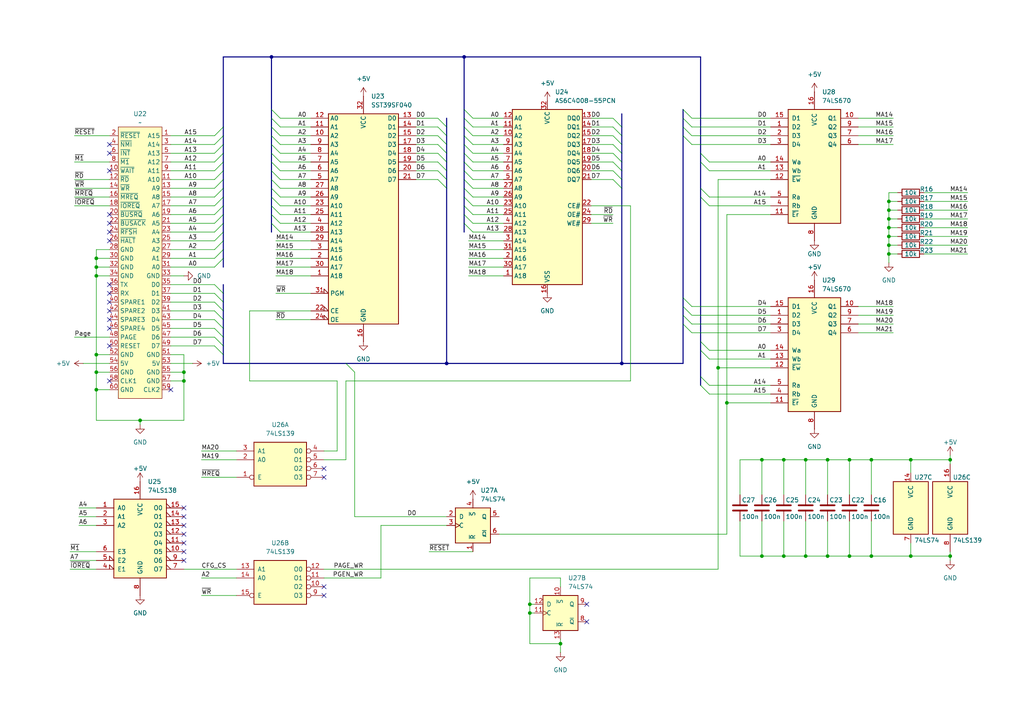
<source format=kicad_sch>
(kicad_sch (version 20231120) (generator "eeschema") (generator_version "8.0")
  (paper "A4")
  (lib_symbols
    (symbol "74xx:74LS138" (pin_names (offset 1.016))
      (property "Reference" "U" (at -7.62 11.43 0))
      (property "Value" "74LS138" (at -7.62 -13.97 0))
      (symbol "74LS138_1_0"
        (pin input line (at -12.7 7.62 0) (length 5.08) (name "A0") (number "1"))
        (pin output output_low (at 12.7 -5.08 180) (length 5.08) (name "O5") (number "10"))
        (pin output output_low (at 12.7 -2.54 180) (length 5.08) (name "O4") (number "11"))
        (pin output output_low (at 12.7 0 180) (length 5.08) (name "O3") (number "12"))
        (pin output output_low (at 12.7 2.54 180) (length 5.08) (name "O2") (number "13"))
        (pin output output_low (at 12.7 5.08 180) (length 5.08) (name "O1") (number "14"))
        (pin output output_low (at 12.7 7.62 180) (length 5.08) (name "O0") (number "15"))
        (pin power_in line (at 0 15.24 270) (length 5.08) (name "VCC") (number "16"))
        (pin input line (at -12.7 5.08 0) (length 5.08) (name "A1") (number "2"))
        (pin input line (at -12.7 2.54 0) (length 5.08) (name "A2") (number "3"))
        (pin input input_low (at -12.7 -10.16 0) (length 5.08) (name "E1") (number "4"))
        (pin input input_low (at -12.7 -7.62 0) (length 5.08) (name "E2") (number "5"))
        (pin input line (at -12.7 -5.08 0) (length 5.08) (name "E3") (number "6"))
        (pin output output_low (at 12.7 -10.16 180) (length 5.08) (name "O7") (number "7"))
        (pin power_in line (at 0 -17.78 90) (length 5.08) (name "GND") (number "8"))
        (pin output output_low (at 12.7 -7.62 180) (length 5.08) (name "O6") (number "9"))
      )
    )
    (symbol "74xx:74LS139" (pin_names (offset 1.016))
      (property "Reference" "U" (at -7.62 8.89 0))
      (property "Value" "74LS139" (at -7.62 -8.89 0))
      (symbol "74LS139_1_0"
        (pin input inverted (at -12.7 -5.08 0) (length 5.08) (name "E") (number "1"))
        (pin input line (at -12.7 0 0) (length 5.08) (name "A0") (number "2"))
        (pin input line (at -12.7 2.54 0) (length 5.08) (name "A1") (number "3"))
        (pin output inverted (at 12.7 2.54 180) (length 5.08) (name "O0") (number "4"))
        (pin output inverted (at 12.7 0 180) (length 5.08) (name "O1") (number "5"))
        (pin output inverted (at 12.7 -2.54 180) (length 5.08) (name "O2") (number "6"))
        (pin output inverted (at 12.7 -5.08 180) (length 5.08) (name "O3") (number "7"))
      )
      (symbol "74LS139_2_0"
        (pin output inverted (at 12.7 -2.54 180) (length 5.08) (name "O2") (number "10"))
        (pin output inverted (at 12.7 0 180) (length 5.08) (name "O1") (number "11"))
        (pin output inverted (at 12.7 2.54 180) (length 5.08) (name "O0") (number "12"))
        (pin input line (at -12.7 2.54 0) (length 5.08) (name "A1") (number "13"))
        (pin input line (at -12.7 0 0) (length 5.08) (name "A0") (number "14"))
        (pin input inverted (at -12.7 -5.08 0) (length 5.08) (name "E") (number "15"))
        (pin output inverted (at 12.7 -5.08 180) (length 5.08) (name "O3") (number "9"))
      )
      (symbol "74LS139_3_0"
        (pin power_in line (at 0 12.7 270) (length 5.08) (name "VCC") (number "16"))
        (pin power_in line (at 0 -12.7 90) (length 5.08) (name "GND") (number "8"))
      )
    )
    (symbol "74xx:74LS670" (pin_names (offset 1.016))
      (property "Reference" "U" (at -7.62 16.51 0))
      (property "Value" "74LS670" (at -7.62 -19.05 0))
      (symbol "74LS670_1_0"
        (pin input line (at -12.7 10.16 0) (length 5.08) (name "D2") (number "1"))
        (pin tri_state line (at 12.7 12.7 180) (length 5.08) (name "Q1") (number "10"))
        (pin input line (at -12.7 -15.24 0) (length 5.08) (name "~{Er}") (number "11"))
        (pin input line (at -12.7 -5.08 0) (length 5.08) (name "~{Ew}") (number "12"))
        (pin input line (at -12.7 -2.54 0) (length 5.08) (name "Wb") (number "13"))
        (pin input line (at -12.7 0 0) (length 5.08) (name "Wa") (number "14"))
        (pin input line (at -12.7 12.7 0) (length 5.08) (name "D1") (number "15"))
        (pin power_in line (at 0 20.32 270) (length 5.08) (name "VCC") (number "16"))
        (pin input line (at -12.7 7.62 0) (length 5.08) (name "D3") (number "2"))
        (pin input line (at -12.7 5.08 0) (length 5.08) (name "D4") (number "3"))
        (pin input line (at -12.7 -12.7 0) (length 5.08) (name "Rb") (number "4"))
        (pin input line (at -12.7 -10.16 0) (length 5.08) (name "Ra") (number "5"))
        (pin tri_state line (at 12.7 5.08 180) (length 5.08) (name "Q4") (number "6"))
        (pin tri_state line (at 12.7 7.62 180) (length 5.08) (name "Q3") (number "7"))
        (pin power_in line (at 0 -22.86 90) (length 5.08) (name "GND") (number "8"))
        (pin tri_state line (at 12.7 10.16 180) (length 5.08) (name "Q2") (number "9"))
      )
    )
    (symbol "74xx:74LS74" (pin_names (offset 1.016))
      (property "Reference" "U" (at -7.62 8.89 0))
      (property "Value" "74LS74" (at -7.62 -8.89 0))
      (symbol "74LS74_1_0"
        (pin input line (at 0 -7.62 90) (length 2.54) (name "~{R}") (number "1"))
        (pin input line (at -7.62 2.54 0) (length 2.54) (name "D") (number "2"))
        (pin input clock (at -7.62 0 0) (length 2.54) (name "C") (number "3"))
        (pin input line (at 0 7.62 270) (length 2.54) (name "~{S}") (number "4"))
        (pin output line (at 7.62 2.54 180) (length 2.54) (name "Q") (number "5"))
        (pin output line (at 7.62 -2.54 180) (length 2.54) (name "~{Q}") (number "6"))
      )
      (symbol "74LS74_2_0"
        (pin input line (at 0 7.62 270) (length 2.54) (name "~{S}") (number "10"))
        (pin input clock (at -7.62 0 0) (length 2.54) (name "C") (number "11"))
        (pin input line (at -7.62 2.54 0) (length 2.54) (name "D") (number "12"))
        (pin input line (at 0 -7.62 90) (length 2.54) (name "~{R}") (number "13"))
        (pin output line (at 7.62 -2.54 180) (length 2.54) (name "~{Q}") (number "8"))
        (pin output line (at 7.62 2.54 180) (length 2.54) (name "Q") (number "9"))
      )
      (symbol "74LS74_3_0"
        (pin power_in line (at 0 10.16 270) (length 2.54) (name "VCC") (number "14"))
        (pin power_in line (at 0 -10.16 90) (length 2.54) (name "GND") (number "7"))
      )
    )
    (symbol "Device:C" (pin_numbers hide) (pin_names (offset 0.254))
      (property "Reference" "C" (at 0.635 2.54 0))
      (property "Value" "C" (at 0.635 -2.54 0))
      (symbol "C_1_1"
        (pin passive line (at 0 3.81 270) (length 2.794) (name "~") (number "1"))
        (pin passive line (at 0 -3.81 90) (length 2.794) (name "~") (number "2"))
      )
    )
    (symbol "Device:R" (pin_numbers hide) (pin_names (offset 0))
      (property "Reference" "R" (at 2.032 0 90))
      (property "Value" "R" (at 0 0 90))
      (symbol "R_1_1"
        (pin passive line (at 0 3.81 270) (length 1.27) (name "~") (number "1"))
        (pin passive line (at 0 -3.81 90) (length 1.27) (name "~") (number "2"))
      )
    )
    (symbol "Memory_Flash:SST39SF040"
      (property "Reference" "U" (at 2.54 33.02 0))
      (property "Value" "SST39SF040" (at 0 -30.48 0))
      (symbol "SST39SF040_0_0"
        (pin power_in line (at 0 -34.29 90) (length 5.08) (name "GND") (number "16"))
        (pin power_in line (at 0 36.83 270) (length 5.08) (name "VCC") (number "32"))
      )
      (symbol "SST39SF040_1_1"
        (pin input line (at -15.24 -15.24 0) (length 5.08) (name "A18") (number "1"))
        (pin input line (at -15.24 25.4 0) (length 5.08) (name "A2") (number "10"))
        (pin input line (at -15.24 27.94 0) (length 5.08) (name "A1") (number "11"))
        (pin input line (at -15.24 30.48 0) (length 5.08) (name "A0") (number "12"))
        (pin tri_state line (at 15.24 30.48 180) (length 5.08) (name "D0") (number "13"))
        (pin tri_state line (at 15.24 27.94 180) (length 5.08) (name "D1") (number "14"))
        (pin tri_state line (at 15.24 25.4 180) (length 5.08) (name "D2") (number "15"))
        (pin tri_state line (at 15.24 22.86 180) (length 5.08) (name "D3") (number "17"))
        (pin tri_state line (at 15.24 20.32 180) (length 5.08) (name "D4") (number "18"))
        (pin tri_state line (at 15.24 17.78 180) (length 5.08) (name "D5") (number "19"))
        (pin input line (at -15.24 -10.16 0) (length 5.08) (name "A16") (number "2"))
        (pin tri_state line (at 15.24 15.24 180) (length 5.08) (name "D6") (number "20"))
        (pin tri_state line (at 15.24 12.7 180) (length 5.08) (name "D7") (number "21"))
        (pin input input_low (at -15.24 -25.4 0) (length 5.08) (name "CE") (number "22"))
        (pin input line (at -15.24 5.08 0) (length 5.08) (name "A10") (number "23"))
        (pin input input_low (at -15.24 -27.94 0) (length 5.08) (name "OE") (number "24"))
        (pin input line (at -15.24 2.54 0) (length 5.08) (name "A11") (number "25"))
        (pin input line (at -15.24 7.62 0) (length 5.08) (name "A9") (number "26"))
        (pin input line (at -15.24 10.16 0) (length 5.08) (name "A8") (number "27"))
        (pin input line (at -15.24 -2.54 0) (length 5.08) (name "A13") (number "28"))
        (pin input line (at -15.24 -5.08 0) (length 5.08) (name "A14") (number "29"))
        (pin input line (at -15.24 -7.62 0) (length 5.08) (name "A15") (number "3"))
        (pin input line (at -15.24 -12.7 0) (length 5.08) (name "A17") (number "30"))
        (pin input input_low (at -15.24 -20.32 0) (length 5.08) (name "PGM") (number "31"))
        (pin input line (at -15.24 0 0) (length 5.08) (name "A12") (number "4"))
        (pin input line (at -15.24 12.7 0) (length 5.08) (name "A7") (number "5"))
        (pin input line (at -15.24 15.24 0) (length 5.08) (name "A6") (number "6"))
        (pin input line (at -15.24 17.78 0) (length 5.08) (name "A5") (number "7"))
        (pin input line (at -15.24 20.32 0) (length 5.08) (name "A4") (number "8"))
        (pin input line (at -15.24 22.86 0) (length 5.08) (name "A3") (number "9"))
      )
    )
    (symbol "Memory_RAM:AS6C4008-55PCN"
      (property "Reference" "U" (at -10.16 26.035 0))
      (property "Value" "AS6C4008-55PCN" (at 2.54 26.035 0))
      (symbol "AS6C4008-55PCN_0_0"
        (pin power_in line (at 0 -27.94 90) (length 2.54) (name "VSS") (number "16"))
        (pin power_in line (at 0 27.94 270) (length 2.54) (name "VCC") (number "32"))
      )
      (symbol "AS6C4008-55PCN_1_1"
        (pin input line (at -12.7 -22.86 0) (length 2.54) (name "A18") (number "1"))
        (pin input line (at -12.7 17.78 0) (length 2.54) (name "A2") (number "10"))
        (pin input line (at -12.7 20.32 0) (length 2.54) (name "A1") (number "11"))
        (pin input line (at -12.7 22.86 0) (length 2.54) (name "A0") (number "12"))
        (pin tri_state line (at 12.7 22.86 180) (length 2.54) (name "DQ0") (number "13"))
        (pin tri_state line (at 12.7 20.32 180) (length 2.54) (name "DQ1") (number "14"))
        (pin tri_state line (at 12.7 17.78 180) (length 2.54) (name "DQ2") (number "15"))
        (pin tri_state line (at 12.7 15.24 180) (length 2.54) (name "DQ3") (number "17"))
        (pin tri_state line (at 12.7 12.7 180) (length 2.54) (name "DQ4") (number "18"))
        (pin tri_state line (at 12.7 10.16 180) (length 2.54) (name "DQ5") (number "19"))
        (pin input line (at -12.7 -17.78 0) (length 2.54) (name "A16") (number "2"))
        (pin tri_state line (at 12.7 7.62 180) (length 2.54) (name "DQ6") (number "20"))
        (pin tri_state line (at 12.7 5.08 180) (length 2.54) (name "DQ7") (number "21"))
        (pin input line (at 12.7 -2.54 180) (length 2.54) (name "CE#") (number "22"))
        (pin input line (at -12.7 -2.54 0) (length 2.54) (name "A10") (number "23"))
        (pin input line (at 12.7 -5.08 180) (length 2.54) (name "OE#") (number "24"))
        (pin input line (at -12.7 -5.08 0) (length 2.54) (name "A11") (number "25"))
        (pin input line (at -12.7 0 0) (length 2.54) (name "A9") (number "26"))
        (pin input line (at -12.7 2.54 0) (length 2.54) (name "A8") (number "27"))
        (pin input line (at -12.7 -10.16 0) (length 2.54) (name "A13") (number "28"))
        (pin input line (at 12.7 -7.62 180) (length 2.54) (name "WE#") (number "29"))
        (pin input line (at -12.7 -12.7 0) (length 2.54) (name "A14") (number "3"))
        (pin input line (at -12.7 -20.32 0) (length 2.54) (name "A17") (number "30"))
        (pin input line (at -12.7 -15.24 0) (length 2.54) (name "A15") (number "31"))
        (pin input line (at -12.7 -7.62 0) (length 2.54) (name "A12") (number "4"))
        (pin input line (at -12.7 5.08 0) (length 2.54) (name "A7") (number "5"))
        (pin input line (at -12.7 7.62 0) (length 2.54) (name "A6") (number "6"))
        (pin input line (at -12.7 10.16 0) (length 2.54) (name "A5") (number "7"))
        (pin input line (at -12.7 12.7 0) (length 2.54) (name "A4") (number "8"))
        (pin input line (at -12.7 15.24 0) (length 2.54) (name "A3") (number "9"))
      )
    )
    (symbol "power:+5V" (power) (pin_numbers hide) (pin_names (offset 0) hide)
      (property "Value" "+5V" (at 0 3.556 0))
      (symbol "+5V_1_1"
        (pin power_in line (at 0 0 90) (length 0) (name "~") (number "1"))
      )
    )
    (symbol "power:GND" (power) (pin_numbers hide) (pin_names (offset 0) hide)
      (property "Value" "GND" (at 0 -3.81 0))
      (symbol "GND_1_1"
        (pin power_in line (at 0 0 270) (length 0) (name "~") (number "1"))
      )
    )
    (symbol "rc2014:Busconnector"
      (property "Reference" "U" (at 0 48.514 0))
      (symbol "Busconnector_1_1"
        (pin bidirectional line (at -8.89 44.45 0) (length 2.54) (name "A15") (number "1"))
        (pin bidirectional line (at 8.89 34.29 180) (length 2.54) (name "~{WAIT}") (number "10"))
        (pin bidirectional line (at -8.89 31.75 0) (length 2.54) (name "A10") (number "11"))
        (pin bidirectional line (at 8.89 31.75 180) (length 2.54) (name "~{RD}") (number "12"))
        (pin bidirectional line (at -8.89 29.21 0) (length 2.54) (name "A9") (number "13"))
        (pin bidirectional line (at 8.89 29.21 180) (length 2.54) (name "~{WR}") (number "14"))
        (pin bidirectional line (at -8.89 26.67 0) (length 2.54) (name "A8") (number "15"))
        (pin bidirectional line (at 8.89 26.67 180) (length 2.54) (name "~{MREQ}") (number "16"))
        (pin bidirectional line (at -8.89 24.13 0) (length 2.54) (name "A7") (number "17"))
        (pin bidirectional line (at 8.89 24.13 180) (length 2.54) (name "~{IOREQ}") (number "18"))
        (pin bidirectional line (at -8.89 21.59 0) (length 2.54) (name "A6") (number "19"))
        (pin bidirectional line (at 8.89 44.45 180) (length 2.54) (name "~{RESET}") (number "2"))
        (pin bidirectional line (at 8.89 21.59 180) (length 2.54) (name "~{BUSRQ}") (number "20"))
        (pin bidirectional line (at -8.89 19.05 0) (length 2.54) (name "A5") (number "21"))
        (pin bidirectional line (at 8.89 19.05 180) (length 2.54) (name "~{BUSACK}") (number "22"))
        (pin bidirectional line (at -8.89 16.51 0) (length 2.54) (name "A4") (number "23"))
        (pin bidirectional line (at 8.89 16.51 180) (length 2.54) (name "~{RFSH}") (number "24"))
        (pin bidirectional line (at -8.89 13.97 0) (length 2.54) (name "A3") (number "25"))
        (pin bidirectional line (at 8.89 13.97 180) (length 2.54) (name "~{HALT}") (number "26"))
        (pin bidirectional line (at -8.89 11.43 0) (length 2.54) (name "A2") (number "27"))
        (pin power_in line (at 8.89 11.43 180) (length 2.54) (name "GND") (number "28"))
        (pin bidirectional line (at -8.89 8.89 0) (length 2.54) (name "A1") (number "29"))
        (pin bidirectional line (at -8.89 41.91 0) (length 2.54) (name "A14") (number "3"))
        (pin power_in line (at 8.89 8.89 180) (length 2.54) (name "GND") (number "30"))
        (pin bidirectional line (at -8.89 6.35 0) (length 2.54) (name "A0") (number "31"))
        (pin power_in line (at 8.89 6.35 180) (length 2.54) (name "GND") (number "32"))
        (pin power_in line (at -8.89 3.81 0) (length 2.54) (name "GND") (number "33"))
        (pin power_in line (at 8.89 3.81 180) (length 2.54) (name "GND") (number "34"))
        (pin bidirectional line (at -8.89 1.27 0) (length 2.54) (name "D0") (number "35"))
        (pin bidirectional line (at 8.89 1.27 180) (length 2.54) (name "TX") (number "36"))
        (pin bidirectional line (at -8.89 -1.27 0) (length 2.54) (name "D1") (number "37"))
        (pin bidirectional line (at 8.89 -1.27 180) (length 2.54) (name "RX") (number "38"))
        (pin bidirectional line (at -8.89 -3.81 0) (length 2.54) (name "D2") (number "39"))
        (pin bidirectional line (at 8.89 41.91 180) (length 2.54) (name "~{NMI}") (number "4"))
        (pin bidirectional line (at 8.89 -3.81 180) (length 2.54) (name "SPARE1") (number "40"))
        (pin bidirectional line (at -8.89 -6.35 0) (length 2.54) (name "D3") (number "41"))
        (pin bidirectional line (at 8.89 -6.35 180) (length 2.54) (name "SPARE2") (number "42"))
        (pin bidirectional line (at -8.89 -8.89 0) (length 2.54) (name "D4") (number "43"))
        (pin bidirectional line (at 8.89 -8.89 180) (length 2.54) (name "SPARE3") (number "44"))
        (pin bidirectional line (at -8.89 -11.43 0) (length 2.54) (name "D5") (number "45"))
        (pin bidirectional line (at 8.89 -11.43 180) (length 2.54) (name "SPARE4") (number "46"))
        (pin bidirectional line (at -8.89 -13.97 0) (length 2.54) (name "D6") (number "47"))
        (pin bidirectional line (at 8.89 -13.97 180) (length 2.54) (name "PAGE") (number "48"))
        (pin bidirectional line (at -8.89 -16.51 0) (length 2.54) (name "D7") (number "49"))
        (pin bidirectional line (at -8.89 39.37 0) (length 2.54) (name "A13") (number "5"))
        (pin bidirectional line (at 8.89 -16.51 180) (length 2.54) (name "RESET") (number "50"))
        (pin power_out line (at -8.89 -19.05 0) (length 2.54) (name "GND") (number "51"))
        (pin power_in line (at 8.89 -19.05 180) (length 2.54) (name "GND") (number "52"))
        (pin power_out line (at -8.89 -21.59 0) (length 2.54) (name "5V") (number "53"))
        (pin power_in line (at 8.89 -21.59 180) (length 2.54) (name "5V") (number "54"))
        (pin power_in line (at -8.89 -24.13 0) (length 2.54) (name "GND") (number "55"))
        (pin power_in line (at 8.89 -24.13 180) (length 2.54) (name "GND") (number "56"))
        (pin power_in line (at -8.89 -26.67 0) (length 2.54) (name "GND") (number "57"))
        (pin bidirectional line (at 8.89 -26.67 180) (length 2.54) (name "CLK1") (number "58"))
        (pin bidirectional line (at -8.89 -29.21 0) (length 2.54) (name "CLK2") (number "59"))
        (pin bidirectional line (at 8.89 39.37 180) (length 2.54) (name "~{INT}") (number "6"))
        (pin power_in line (at 8.89 -29.21 180) (length 2.54) (name "GND") (number "60"))
        (pin bidirectional line (at -8.89 36.83 0) (length 2.54) (name "A12") (number "7"))
        (pin bidirectional line (at 8.89 36.83 180) (length 2.54) (name "~{M1}") (number "8"))
        (pin bidirectional line (at -8.89 34.29 0) (length 2.54) (name "A11") (number "9"))
      )
    )
  )
  (junction (at 252.73 161.29))
  (junction (at 240.03 133.35))
  (junction (at 153.67 177.8))
  (junction (at 246.38 133.35))
  (junction (at 27.94 113.03))
  (junction (at 275.59 161.29))
  (junction (at 208.28 106.68))
  (junction (at 257.81 68.58))
  (junction (at 27.94 80.01))
  (junction (at 264.16 133.35))
  (junction (at 162.56 186.69))
  (junction (at 27.94 77.47))
  (junction (at 233.68 133.35))
  (junction (at 134.62 16.51))
  (junction (at 264.16 161.29))
  (junction (at 252.73 133.35))
  (junction (at 240.03 161.29))
  (junction (at 233.68 161.29))
  (junction (at 227.33 161.29))
  (junction (at 257.81 63.5))
  (junction (at 153.67 175.26))
  (junction (at 220.98 161.29))
  (junction (at 246.38 161.29))
  (junction (at 40.64 121.92))
  (junction (at 53.34 107.95))
  (junction (at 210.82 116.84))
  (junction (at 180.34 105.41))
  (junction (at 257.81 66.04))
  (junction (at 27.94 102.87))
  (junction (at 129.54 105.41))
  (junction (at 257.81 73.66))
  (junction (at 257.81 60.96))
  (junction (at 275.59 133.35))
  (junction (at 257.81 58.42))
  (junction (at 227.33 133.35))
  (junction (at 27.94 107.95))
  (junction (at 220.98 133.35))
  (junction (at 78.74 16.51))
  (junction (at 257.81 71.12))
  (junction (at 27.94 74.93))
  (junction (at 53.34 110.49))
  (no_connect (at 31.75 82.55))
  (no_connect (at 170.18 180.34))
  (no_connect (at 31.75 41.91))
  (no_connect (at 31.75 110.49))
  (no_connect (at 31.75 90.17))
  (no_connect (at 170.18 175.26))
  (no_connect (at 53.34 147.32))
  (no_connect (at 31.75 100.33))
  (no_connect (at 31.75 95.25))
  (no_connect (at 53.34 157.48))
  (no_connect (at 31.75 64.77))
  (no_connect (at 53.34 152.4))
  (no_connect (at 53.34 160.02))
  (no_connect (at 93.98 172.72))
  (no_connect (at 53.34 162.56))
  (no_connect (at 31.75 44.45))
  (no_connect (at 31.75 49.53))
  (no_connect (at 31.75 92.71))
  (no_connect (at 93.98 135.89))
  (no_connect (at 31.75 62.23))
  (no_connect (at 31.75 69.85))
  (no_connect (at 31.75 85.09))
  (no_connect (at 31.75 67.31))
  (no_connect (at 53.34 149.86))
  (no_connect (at 49.53 113.03))
  (no_connect (at 93.98 170.18))
  (no_connect (at 53.34 154.94))
  (no_connect (at 93.98 138.43))
  (no_connect (at 31.75 87.63))
  (bus_entry (at 81.28 54.61) (size -2.54 -2.54))
  (bus_entry (at 62.23 87.63) (size 2.54 2.54))
  (bus_entry (at 205.74 104.14) (size -2.54 -2.54))
  (bus_entry (at 62.23 57.15) (size 2.54 -2.54))
  (bus_entry (at 81.28 67.31) (size -2.54 -2.54))
  (bus_entry (at 62.23 44.45) (size 2.54 -2.54))
  (bus_entry (at 62.23 82.55) (size 2.54 2.54))
  (bus_entry (at 62.23 74.93) (size 2.54 -2.54))
  (bus_entry (at 129.54 44.45) (size -2.54 -2.54))
  (bus_entry (at 198.12 39.37) (size 2.54 2.54))
  (bus_entry (at 205.74 101.6) (size -2.54 -2.54))
  (bus_entry (at 129.54 41.91) (size -2.54 -2.54))
  (bus_entry (at 198.12 31.75) (size 2.54 2.54))
  (bus_entry (at 205.74 57.15) (size -2.54 -2.54))
  (bus_entry (at 81.28 46.99) (size -2.54 -2.54))
  (bus_entry (at 205.74 111.76) (size -2.54 -2.54))
  (bus_entry (at 62.23 62.23) (size 2.54 -2.54))
  (bus_entry (at 62.23 64.77) (size 2.54 -2.54))
  (bus_entry (at 129.54 36.83) (size -2.54 -2.54))
  (bus_entry (at 180.34 36.83) (size -2.54 -2.54))
  (bus_entry (at 129.54 54.61) (size -2.54 -2.54))
  (bus_entry (at 62.23 46.99) (size 2.54 -2.54))
  (bus_entry (at 180.34 46.99) (size -2.54 -2.54))
  (bus_entry (at 62.23 67.31) (size 2.54 -2.54))
  (bus_entry (at 198.12 88.9) (size 2.54 2.54))
  (bus_entry (at 62.23 49.53) (size 2.54 -2.54))
  (bus_entry (at 205.74 46.99) (size -2.54 -2.54))
  (bus_entry (at 129.54 52.07) (size -2.54 -2.54))
  (bus_entry (at 137.16 39.37) (size -2.54 -2.54))
  (bus_entry (at 62.23 92.71) (size 2.54 2.54))
  (bus_entry (at 81.28 44.45) (size -2.54 -2.54))
  (bus_entry (at 62.23 72.39) (size 2.54 -2.54))
  (bus_entry (at 137.16 64.77) (size -2.54 -2.54))
  (bus_entry (at 62.23 97.79) (size 2.54 2.54))
  (bus_entry (at 81.28 41.91) (size -2.54 -2.54))
  (bus_entry (at 137.16 67.31) (size -2.54 -2.54))
  (bus_entry (at 205.74 114.3) (size -2.54 -2.54))
  (bus_entry (at 62.23 85.09) (size 2.54 2.54))
  (bus_entry (at 137.16 57.15) (size -2.54 -2.54))
  (bus_entry (at 180.34 41.91) (size -2.54 -2.54))
  (bus_entry (at 62.23 41.91) (size 2.54 -2.54))
  (bus_entry (at 137.16 49.53) (size -2.54 -2.54))
  (bus_entry (at 81.28 36.83) (size -2.54 -2.54))
  (bus_entry (at 180.34 52.07) (size -2.54 -2.54))
  (bus_entry (at 81.28 64.77) (size -2.54 -2.54))
  (bus_entry (at 137.16 41.91) (size -2.54 -2.54))
  (bus_entry (at 129.54 49.53) (size -2.54 -2.54))
  (bus_entry (at 137.16 46.99) (size -2.54 -2.54))
  (bus_entry (at 205.74 59.69) (size -2.54 -2.54))
  (bus_entry (at 100.33 105.41) (size 2.54 2.54))
  (bus_entry (at 81.28 49.53) (size -2.54 -2.54))
  (bus_entry (at 129.54 46.99) (size -2.54 -2.54))
  (bus_entry (at 62.23 77.47) (size 2.54 -2.54))
  (bus_entry (at 198.12 86.36) (size 2.54 2.54))
  (bus_entry (at 180.34 44.45) (size -2.54 -2.54))
  (bus_entry (at 198.12 36.83) (size 2.54 2.54))
  (bus_entry (at 81.28 59.69) (size -2.54 -2.54))
  (bus_entry (at 137.16 44.45) (size -2.54 -2.54))
  (bus_entry (at 81.28 39.37) (size -2.54 -2.54))
  (bus_entry (at 62.23 39.37) (size 2.54 -2.54))
  (bus_entry (at 137.16 36.83) (size -2.54 -2.54))
  (bus_entry (at 137.16 34.29) (size -2.54 -2.54))
  (bus_entry (at 81.28 34.29) (size -2.54 -2.54))
  (bus_entry (at 62.23 59.69) (size 2.54 -2.54))
  (bus_entry (at 137.16 59.69) (size -2.54 -2.54))
  (bus_entry (at 198.12 93.98) (size 2.54 2.54))
  (bus_entry (at 180.34 39.37) (size -2.54 -2.54))
  (bus_entry (at 81.28 52.07) (size -2.54 -2.54))
  (bus_entry (at 62.23 90.17) (size 2.54 2.54))
  (bus_entry (at 129.54 39.37) (size -2.54 -2.54))
  (bus_entry (at 62.23 69.85) (size 2.54 -2.54))
  (bus_entry (at 205.74 49.53) (size -2.54 -2.54))
  (bus_entry (at 198.12 34.29) (size 2.54 2.54))
  (bus_entry (at 137.16 52.07) (size -2.54 -2.54))
  (bus_entry (at 62.23 95.25) (size 2.54 2.54))
  (bus_entry (at 180.34 54.61) (size -2.54 -2.54))
  (bus_entry (at 81.28 62.23) (size -2.54 -2.54))
  (bus_entry (at 137.16 62.23) (size -2.54 -2.54))
  (bus_entry (at 62.23 100.33) (size 2.54 2.54))
  (bus_entry (at 198.12 91.44) (size 2.54 2.54))
  (bus_entry (at 62.23 52.07) (size 2.54 -2.54))
  (bus_entry (at 62.23 54.61) (size 2.54 -2.54))
  (bus_entry (at 81.28 57.15) (size -2.54 -2.54))
  (bus_entry (at 180.34 49.53) (size -2.54 -2.54))
  (bus_entry (at 137.16 54.61) (size -2.54 -2.54))
  (wire (pts (xy 135.89 69.85) (xy 146.05 69.85)))
  (wire (pts (xy 240.03 133.35) (xy 240.03 143.51)))
  (wire (pts (xy 27.94 77.47) (xy 27.94 80.01)))
  (wire (pts (xy 120.65 41.91) (xy 127 41.91)))
  (bus (pts (xy 64.77 52.07) (xy 64.77 49.53)))
  (wire (pts (xy 200.66 41.91) (xy 223.52 41.91)))
  (bus (pts (xy 134.62 44.45) (xy 134.62 46.99)))
  (wire (pts (xy 55.88 105.41) (xy 49.53 105.41)))
  (bus (pts (xy 78.74 31.75) (xy 78.74 34.29)))
  (wire (pts (xy 208.28 106.68) (xy 223.52 106.68)))
  (wire (pts (xy 257.81 73.66) (xy 257.81 71.12)))
  (wire (pts (xy 62.23 64.77) (xy 49.53 64.77)))
  (bus (pts (xy 198.12 91.44) (xy 198.12 93.98)))
  (wire (pts (xy 205.74 101.6) (xy 223.52 101.6)))
  (wire (pts (xy 210.82 154.94) (xy 210.82 116.84)))
  (wire (pts (xy 267.97 68.58) (xy 280.67 68.58)))
  (wire (pts (xy 214.63 151.13) (xy 214.63 161.29)))
  (wire (pts (xy 259.08 39.37) (xy 248.92 39.37)))
  (wire (pts (xy 214.63 161.29) (xy 220.98 161.29)))
  (wire (pts (xy 90.17 54.61) (xy 81.28 54.61)))
  (wire (pts (xy 146.05 49.53) (xy 137.16 49.53)))
  (bus (pts (xy 78.74 54.61) (xy 78.74 57.15)))
  (wire (pts (xy 90.17 49.53) (xy 81.28 49.53)))
  (wire (pts (xy 40.64 121.92) (xy 53.34 121.92)))
  (wire (pts (xy 27.94 113.03) (xy 27.94 121.92)))
  (bus (pts (xy 198.12 93.98) (xy 198.12 105.41)))
  (wire (pts (xy 240.03 161.29) (xy 246.38 161.29)))
  (wire (pts (xy 252.73 161.29) (xy 246.38 161.29)))
  (bus (pts (xy 78.74 62.23) (xy 78.74 64.77)))
  (wire (pts (xy 49.53 85.09) (xy 62.23 85.09)))
  (wire (pts (xy 53.34 165.1) (xy 68.58 165.1)))
  (wire (pts (xy 102.87 107.95) (xy 102.87 149.86)))
  (wire (pts (xy 144.78 154.94) (xy 210.82 154.94)))
  (wire (pts (xy 27.94 74.93) (xy 27.94 77.47)))
  (wire (pts (xy 27.94 107.95) (xy 27.94 113.03)))
  (wire (pts (xy 146.05 67.31) (xy 137.16 67.31)))
  (wire (pts (xy 90.17 85.09) (xy 80.01 85.09)))
  (wire (pts (xy 27.94 121.92) (xy 40.64 121.92)))
  (bus (pts (xy 180.34 33.02) (xy 180.34 36.83)))
  (wire (pts (xy 171.45 44.45) (xy 177.8 44.45)))
  (bus (pts (xy 129.54 49.53) (xy 129.54 52.07)))
  (wire (pts (xy 31.75 113.03) (xy 27.94 113.03)))
  (wire (pts (xy 162.56 186.69) (xy 153.67 186.69)))
  (wire (pts (xy 62.23 57.15) (xy 49.53 57.15)))
  (wire (pts (xy 146.05 41.91) (xy 137.16 41.91)))
  (bus (pts (xy 203.2 46.99) (xy 203.2 54.61)))
  (bus (pts (xy 134.62 31.75) (xy 134.62 34.29)))
  (wire (pts (xy 49.53 100.33) (xy 62.23 100.33)))
  (wire (pts (xy 200.66 34.29) (xy 223.52 34.29)))
  (wire (pts (xy 93.98 130.81) (xy 97.79 130.81)))
  (bus (pts (xy 78.74 44.45) (xy 78.74 46.99)))
  (wire (pts (xy 267.97 60.96) (xy 280.67 60.96)))
  (bus (pts (xy 64.77 77.47) (xy 64.77 74.93)))
  (bus (pts (xy 203.2 54.61) (xy 203.2 57.15)))
  (bus (pts (xy 134.62 62.23) (xy 134.62 64.77)))
  (wire (pts (xy 72.39 110.49) (xy 72.39 90.17)))
  (wire (pts (xy 257.81 68.58) (xy 260.35 68.58)))
  (wire (pts (xy 275.59 161.29) (xy 275.59 162.56)))
  (wire (pts (xy 31.75 72.39) (xy 27.94 72.39)))
  (wire (pts (xy 90.17 44.45) (xy 81.28 44.45)))
  (bus (pts (xy 134.62 16.51) (xy 203.2 16.51)))
  (wire (pts (xy 31.75 54.61) (xy 21.59 54.61)))
  (wire (pts (xy 120.65 34.29) (xy 127 34.29)))
  (wire (pts (xy 205.74 57.15) (xy 223.52 57.15)))
  (wire (pts (xy 62.23 62.23) (xy 49.53 62.23)))
  (wire (pts (xy 58.42 167.64) (xy 68.58 167.64)))
  (bus (pts (xy 198.12 39.37) (xy 198.12 86.36)))
  (bus (pts (xy 180.34 49.53) (xy 180.34 52.07)))
  (wire (pts (xy 227.33 133.35) (xy 233.68 133.35)))
  (wire (pts (xy 90.17 64.77) (xy 81.28 64.77)))
  (wire (pts (xy 257.81 58.42) (xy 257.81 55.88)))
  (wire (pts (xy 259.08 93.98) (xy 248.92 93.98)))
  (wire (pts (xy 171.45 64.77) (xy 177.8 64.77)))
  (bus (pts (xy 64.77 39.37) (xy 64.77 41.91)))
  (bus (pts (xy 180.34 41.91) (xy 180.34 44.45)))
  (wire (pts (xy 31.75 52.07) (xy 21.59 52.07)))
  (bus (pts (xy 78.74 46.99) (xy 78.74 49.53)))
  (bus (pts (xy 129.54 105.41) (xy 100.33 105.41)))
  (wire (pts (xy 205.74 111.76) (xy 223.52 111.76)))
  (bus (pts (xy 129.54 34.29) (xy 129.54 36.83)))
  (bus (pts (xy 64.77 41.91) (xy 64.77 44.45)))
  (wire (pts (xy 252.73 133.35) (xy 252.73 143.51)))
  (wire (pts (xy 246.38 133.35) (xy 246.38 143.51)))
  (bus (pts (xy 78.74 52.07) (xy 78.74 54.61)))
  (wire (pts (xy 31.75 105.41) (xy 24.13 105.41)))
  (wire (pts (xy 153.67 177.8) (xy 153.67 175.26)))
  (wire (pts (xy 259.08 36.83) (xy 248.92 36.83)))
  (bus (pts (xy 64.77 82.55) (xy 64.77 85.09)))
  (wire (pts (xy 259.08 34.29) (xy 248.92 34.29)))
  (bus (pts (xy 180.34 46.99) (xy 180.34 49.53)))
  (wire (pts (xy 267.97 71.12) (xy 280.67 71.12)))
  (bus (pts (xy 134.62 36.83) (xy 134.62 39.37)))
  (wire (pts (xy 153.67 186.69) (xy 153.67 177.8)))
  (wire (pts (xy 49.53 87.63) (xy 62.23 87.63)))
  (wire (pts (xy 93.98 133.35) (xy 100.33 133.35)))
  (wire (pts (xy 257.81 58.42) (xy 260.35 58.42)))
  (wire (pts (xy 267.97 55.88) (xy 280.67 55.88)))
  (wire (pts (xy 257.81 60.96) (xy 257.81 58.42)))
  (wire (pts (xy 259.08 41.91) (xy 248.92 41.91)))
  (wire (pts (xy 62.23 46.99) (xy 49.53 46.99)))
  (wire (pts (xy 49.53 80.01) (xy 53.34 80.01)))
  (wire (pts (xy 146.05 54.61) (xy 137.16 54.61)))
  (wire (pts (xy 171.45 34.29) (xy 177.8 34.29)))
  (wire (pts (xy 200.66 91.44) (xy 223.52 91.44)))
  (wire (pts (xy 171.45 41.91) (xy 177.8 41.91)))
  (bus (pts (xy 134.62 52.07) (xy 134.62 54.61)))
  (bus (pts (xy 64.77 85.09) (xy 64.77 87.63)))
  (wire (pts (xy 62.23 72.39) (xy 49.53 72.39)))
  (bus (pts (xy 180.34 36.83) (xy 180.34 39.37)))
  (bus (pts (xy 78.74 49.53) (xy 78.74 52.07)))
  (wire (pts (xy 68.58 138.43) (xy 58.42 138.43)))
  (wire (pts (xy 22.86 149.86) (xy 27.94 149.86)))
  (wire (pts (xy 62.23 59.69) (xy 49.53 59.69)))
  (bus (pts (xy 134.62 16.51) (xy 134.62 31.75)))
  (bus (pts (xy 180.34 105.41) (xy 198.12 105.41)))
  (bus (pts (xy 203.2 57.15) (xy 203.2 99.06)))
  (wire (pts (xy 208.28 106.68) (xy 208.28 52.07)))
  (wire (pts (xy 90.17 41.91) (xy 81.28 41.91)))
  (wire (pts (xy 135.89 77.47) (xy 146.05 77.47)))
  (wire (pts (xy 27.94 102.87) (xy 27.94 107.95)))
  (wire (pts (xy 153.67 175.26) (xy 154.94 175.26)))
  (wire (pts (xy 257.81 55.88) (xy 260.35 55.88)))
  (wire (pts (xy 200.66 36.83) (xy 223.52 36.83)))
  (bus (pts (xy 134.62 34.29) (xy 134.62 36.83)))
  (wire (pts (xy 233.68 133.35) (xy 240.03 133.35)))
  (wire (pts (xy 97.79 110.49) (xy 72.39 110.49)))
  (wire (pts (xy 110.49 152.4) (xy 129.54 152.4)))
  (wire (pts (xy 49.53 92.71) (xy 62.23 92.71)))
  (wire (pts (xy 153.67 177.8) (xy 154.94 177.8)))
  (bus (pts (xy 129.54 41.91) (xy 129.54 44.45)))
  (wire (pts (xy 200.66 88.9) (xy 223.52 88.9)))
  (bus (pts (xy 78.74 34.29) (xy 78.74 36.83)))
  (wire (pts (xy 275.59 160.02) (xy 275.59 161.29)))
  (bus (pts (xy 64.77 57.15) (xy 64.77 54.61)))
  (wire (pts (xy 267.97 73.66) (xy 280.67 73.66)))
  (bus (pts (xy 134.62 39.37) (xy 134.62 41.91)))
  (bus (pts (xy 129.54 36.83) (xy 129.54 39.37)))
  (wire (pts (xy 31.75 80.01) (xy 27.94 80.01)))
  (bus (pts (xy 64.77 102.87) (xy 64.77 105.41)))
  (wire (pts (xy 62.23 52.07) (xy 49.53 52.07)))
  (bus (pts (xy 198.12 34.29) (xy 198.12 36.83)))
  (wire (pts (xy 257.81 60.96) (xy 260.35 60.96)))
  (wire (pts (xy 227.33 161.29) (xy 233.68 161.29)))
  (wire (pts (xy 135.89 74.93) (xy 146.05 74.93)))
  (wire (pts (xy 93.98 165.1) (xy 208.28 165.1)))
  (wire (pts (xy 53.34 110.49) (xy 49.53 110.49)))
  (bus (pts (xy 134.62 46.99) (xy 134.62 49.53)))
  (bus (pts (xy 129.54 105.41) (xy 180.34 105.41)))
  (wire (pts (xy 146.05 62.23) (xy 137.16 62.23)))
  (bus (pts (xy 203.2 99.06) (xy 203.2 101.6)))
  (wire (pts (xy 53.34 102.87) (xy 49.53 102.87)))
  (wire (pts (xy 90.17 57.15) (xy 81.28 57.15)))
  (wire (pts (xy 31.75 74.93) (xy 27.94 74.93)))
  (wire (pts (xy 264.16 133.35) (xy 264.16 137.16)))
  (wire (pts (xy 246.38 151.13) (xy 246.38 161.29)))
  (wire (pts (xy 120.65 36.83) (xy 127 36.83)))
  (wire (pts (xy 267.97 58.42) (xy 280.67 58.42)))
  (wire (pts (xy 53.34 110.49) (xy 53.34 107.95)))
  (wire (pts (xy 220.98 133.35) (xy 220.98 143.51)))
  (wire (pts (xy 171.45 36.83) (xy 177.8 36.83)))
  (bus (pts (xy 180.34 52.07) (xy 180.34 54.61)))
  (wire (pts (xy 58.42 130.81) (xy 68.58 130.81)))
  (wire (pts (xy 205.74 46.99) (xy 223.52 46.99)))
  (wire (pts (xy 146.05 44.45) (xy 137.16 44.45)))
  (bus (pts (xy 64.77 92.71) (xy 64.77 95.25)))
  (bus (pts (xy 180.34 44.45) (xy 180.34 46.99)))
  (wire (pts (xy 257.81 66.04) (xy 257.81 63.5)))
  (wire (pts (xy 227.33 133.35) (xy 227.33 143.51)))
  (wire (pts (xy 120.65 39.37) (xy 127 39.37)))
  (wire (pts (xy 259.08 88.9) (xy 248.92 88.9)))
  (bus (pts (xy 64.77 97.79) (xy 64.77 100.33)))
  (wire (pts (xy 90.17 46.99) (xy 81.28 46.99)))
  (wire (pts (xy 58.42 133.35) (xy 68.58 133.35)))
  (wire (pts (xy 80.01 77.47) (xy 90.17 77.47)))
  (wire (pts (xy 233.68 133.35) (xy 233.68 143.51)))
  (bus (pts (xy 134.62 41.91) (xy 134.62 44.45)))
  (wire (pts (xy 275.59 132.08) (xy 275.59 133.35)))
  (wire (pts (xy 162.56 185.42) (xy 162.56 186.69)))
  (wire (pts (xy 80.01 74.93) (xy 90.17 74.93)))
  (wire (pts (xy 93.98 167.64) (xy 110.49 167.64)))
  (wire (pts (xy 220.98 151.13) (xy 220.98 161.29)))
  (bus (pts (xy 203.2 101.6) (xy 203.2 109.22)))
  (bus (pts (xy 134.62 54.61) (xy 134.62 57.15)))
  (bus (pts (xy 78.74 59.69) (xy 78.74 62.23)))
  (wire (pts (xy 233.68 161.29) (xy 240.03 161.29)))
  (bus (pts (xy 203.2 44.45) (xy 203.2 46.99)))
  (wire (pts (xy 31.75 77.47) (xy 27.94 77.47)))
  (wire (pts (xy 80.01 69.85) (xy 90.17 69.85)))
  (wire (pts (xy 80.01 72.39) (xy 90.17 72.39)))
  (bus (pts (xy 64.77 100.33) (xy 64.77 102.87)))
  (wire (pts (xy 31.75 107.95) (xy 27.94 107.95)))
  (wire (pts (xy 31.75 97.79) (xy 21.59 97.79)))
  (wire (pts (xy 90.17 59.69) (xy 81.28 59.69)))
  (wire (pts (xy 182.88 59.69) (xy 171.45 59.69)))
  (wire (pts (xy 90.17 39.37) (xy 81.28 39.37)))
  (wire (pts (xy 100.33 133.35) (xy 100.33 110.49)))
  (wire (pts (xy 120.65 52.07) (xy 127 52.07)))
  (wire (pts (xy 171.45 39.37) (xy 177.8 39.37)))
  (wire (pts (xy 200.66 39.37) (xy 223.52 39.37)))
  (wire (pts (xy 72.39 90.17) (xy 90.17 90.17)))
  (wire (pts (xy 205.74 59.69) (xy 223.52 59.69)))
  (wire (pts (xy 205.74 49.53) (xy 223.52 49.53)))
  (wire (pts (xy 146.05 57.15) (xy 137.16 57.15)))
  (bus (pts (xy 64.77 49.53) (xy 64.77 46.99)))
  (bus (pts (xy 180.34 39.37) (xy 180.34 41.91)))
  (wire (pts (xy 97.79 130.81) (xy 97.79 110.49)))
  (bus (pts (xy 129.54 52.07) (xy 129.54 54.61)))
  (bus (pts (xy 134.62 59.69) (xy 134.62 62.23)))
  (wire (pts (xy 200.66 96.52) (xy 223.52 96.52)))
  (wire (pts (xy 146.05 36.83) (xy 137.16 36.83)))
  (bus (pts (xy 64.77 36.83) (xy 64.77 16.51)))
  (wire (pts (xy 259.08 96.52) (xy 248.92 96.52)))
  (wire (pts (xy 146.05 52.07) (xy 137.16 52.07)))
  (wire (pts (xy 210.82 116.84) (xy 223.52 116.84)))
  (bus (pts (xy 129.54 44.45) (xy 129.54 46.99)))
  (bus (pts (xy 64.77 90.17) (xy 64.77 92.71)))
  (bus (pts (xy 78.74 16.51) (xy 134.62 16.51)))
  (wire (pts (xy 267.97 63.5) (xy 280.67 63.5)))
  (bus (pts (xy 64.77 54.61) (xy 64.77 52.07)))
  (bus (pts (xy 198.12 88.9) (xy 198.12 91.44)))
  (bus (pts (xy 64.77 59.69) (xy 64.77 57.15)))
  (wire (pts (xy 264.16 157.48) (xy 264.16 161.29)))
  (bus (pts (xy 64.77 87.63) (xy 64.77 90.17)))
  (bus (pts (xy 78.74 64.77) (xy 78.74 67.31)))
  (wire (pts (xy 22.86 152.4) (xy 27.94 152.4)))
  (wire (pts (xy 153.67 175.26) (xy 153.67 167.64)))
  (wire (pts (xy 27.94 80.01) (xy 27.94 102.87)))
  (bus (pts (xy 203.2 16.51) (xy 203.2 44.45)))
  (bus (pts (xy 134.62 57.15) (xy 134.62 59.69)))
  (wire (pts (xy 62.23 69.85) (xy 49.53 69.85)))
  (wire (pts (xy 275.59 133.35) (xy 275.59 134.62)))
  (wire (pts (xy 264.16 133.35) (xy 252.73 133.35)))
  (wire (pts (xy 31.75 59.69) (xy 21.59 59.69)))
  (wire (pts (xy 182.88 110.49) (xy 182.88 59.69)))
  (wire (pts (xy 210.82 116.84) (xy 210.82 62.23)))
  (wire (pts (xy 62.23 77.47) (xy 49.53 77.47)))
  (wire (pts (xy 171.45 46.99) (xy 177.8 46.99)))
  (wire (pts (xy 49.53 90.17) (xy 62.23 90.17)))
  (wire (pts (xy 252.73 161.29) (xy 264.16 161.29)))
  (wire (pts (xy 257.81 71.12) (xy 257.81 68.58)))
  (bus (pts (xy 64.77 72.39) (xy 64.77 69.85)))
  (wire (pts (xy 31.75 46.99) (xy 21.59 46.99)))
  (wire (pts (xy 257.81 63.5) (xy 260.35 63.5)))
  (wire (pts (xy 49.53 97.79) (xy 62.23 97.79)))
  (wire (pts (xy 208.28 165.1) (xy 208.28 106.68)))
  (bus (pts (xy 64.77 67.31) (xy 64.77 64.77)))
  (wire (pts (xy 264.16 161.29) (xy 275.59 161.29)))
  (wire (pts (xy 120.65 49.53) (xy 127 49.53)))
  (wire (pts (xy 153.67 167.64) (xy 162.56 167.64)))
  (wire (pts (xy 20.32 165.1) (xy 27.94 165.1)))
  (wire (pts (xy 53.34 107.95) (xy 53.34 102.87)))
  (wire (pts (xy 49.53 95.25) (xy 62.23 95.25)))
  (wire (pts (xy 62.23 67.31) (xy 49.53 67.31)))
  (wire (pts (xy 90.17 62.23) (xy 81.28 62.23)))
  (bus (pts (xy 64.77 95.25) (xy 64.77 97.79)))
  (wire (pts (xy 90.17 34.29) (xy 81.28 34.29)))
  (wire (pts (xy 135.89 80.01) (xy 146.05 80.01)))
  (wire (pts (xy 257.81 63.5) (xy 257.81 60.96)))
  (wire (pts (xy 62.23 39.37) (xy 49.53 39.37)))
  (wire (pts (xy 110.49 167.64) (xy 110.49 152.4)))
  (wire (pts (xy 227.33 151.13) (xy 227.33 161.29)))
  (wire (pts (xy 49.53 82.55) (xy 62.23 82.55)))
  (wire (pts (xy 275.59 133.35) (xy 264.16 133.35)))
  (wire (pts (xy 162.56 167.64) (xy 162.56 170.18)))
  (bus (pts (xy 64.77 16.51) (xy 78.74 16.51)))
  (wire (pts (xy 20.32 162.56) (xy 27.94 162.56)))
  (bus (pts (xy 78.74 39.37) (xy 78.74 41.91)))
  (wire (pts (xy 90.17 92.71) (xy 80.01 92.71)))
  (wire (pts (xy 22.86 147.32) (xy 27.94 147.32)))
  (bus (pts (xy 129.54 46.99) (xy 129.54 49.53)))
  (wire (pts (xy 257.81 66.04) (xy 260.35 66.04)))
  (wire (pts (xy 257.81 68.58) (xy 257.81 66.04)))
  (bus (pts (xy 64.77 69.85) (xy 64.77 67.31)))
  (wire (pts (xy 257.81 73.66) (xy 260.35 73.66)))
  (wire (pts (xy 31.75 102.87) (xy 27.94 102.87)))
  (bus (pts (xy 78.74 57.15) (xy 78.74 59.69)))
  (wire (pts (xy 135.89 72.39) (xy 146.05 72.39)))
  (wire (pts (xy 90.17 52.07) (xy 81.28 52.07)))
  (wire (pts (xy 31.75 57.15) (xy 21.59 57.15)))
  (wire (pts (xy 62.23 44.45) (xy 49.53 44.45)))
  (wire (pts (xy 259.08 91.44) (xy 248.92 91.44)))
  (wire (pts (xy 205.74 104.14) (xy 223.52 104.14)))
  (wire (pts (xy 171.45 52.07) (xy 177.8 52.07)))
  (bus (pts (xy 198.12 86.36) (xy 198.12 88.9)))
  (wire (pts (xy 62.23 54.61) (xy 49.53 54.61)))
  (wire (pts (xy 200.66 93.98) (xy 223.52 93.98)))
  (wire (pts (xy 120.65 46.99) (xy 127 46.99)))
  (wire (pts (xy 27.94 72.39) (xy 27.94 74.93)))
  (wire (pts (xy 210.82 62.23) (xy 223.52 62.23)))
  (bus (pts (xy 198.12 36.83) (xy 198.12 39.37)))
  (bus (pts (xy 78.74 41.91) (xy 78.74 44.45)))
  (wire (pts (xy 240.03 133.35) (xy 246.38 133.35)))
  (wire (pts (xy 146.05 39.37) (xy 137.16 39.37)))
  (wire (pts (xy 20.32 160.02) (xy 27.94 160.02)))
  (wire (pts (xy 90.17 67.31) (xy 81.28 67.31)))
  (wire (pts (xy 214.63 133.35) (xy 214.63 143.51)))
  (wire (pts (xy 62.23 49.53) (xy 49.53 49.53)))
  (bus (pts (xy 64.77 74.93) (xy 64.77 72.39)))
  (wire (pts (xy 252.73 151.13) (xy 252.73 161.29)))
  (wire (pts (xy 62.23 41.91) (xy 49.53 41.91)))
  (wire (pts (xy 80.01 80.01) (xy 90.17 80.01)))
  (wire (pts (xy 146.05 59.69) (xy 137.16 59.69)))
  (bus (pts (xy 64.77 64.77) (xy 64.77 62.23)))
  (wire (pts (xy 90.17 36.83) (xy 81.28 36.83)))
  (bus (pts (xy 129.54 39.37) (xy 129.54 41.91)))
  (bus (pts (xy 78.74 36.83) (xy 78.74 39.37)))
  (bus (pts (xy 180.34 54.61) (xy 180.34 105.41)))
  (wire (pts (xy 146.05 34.29) (xy 137.16 34.29)))
  (wire (pts (xy 171.45 49.53) (xy 177.8 49.53)))
  (wire (pts (xy 233.68 151.13) (xy 233.68 161.29)))
  (bus (pts (xy 64.77 62.23) (xy 64.77 59.69)))
  (wire (pts (xy 146.05 46.99) (xy 137.16 46.99)))
  (wire (pts (xy 68.58 172.72) (xy 58.42 172.72)))
  (bus (pts (xy 134.62 64.77) (xy 134.62 67.31)))
  (wire (pts (xy 53.34 107.95) (xy 49.53 107.95)))
  (wire (pts (xy 40.64 123.19) (xy 40.64 121.92)))
  (bus (pts (xy 198.12 31.75) (xy 198.12 34.29)))
  (wire (pts (xy 53.34 121.92) (xy 53.34 110.49)))
  (wire (pts (xy 62.23 74.93) (xy 49.53 74.93)))
  (wire (pts (xy 162.56 186.69) (xy 162.56 189.23)))
  (bus (pts (xy 129.54 54.61) (xy 129.54 105.41)))
  (wire (pts (xy 146.05 64.77) (xy 137.16 64.77)))
  (wire (pts (xy 240.03 151.13) (xy 240.03 161.29)))
  (wire (pts (xy 220.98 133.35) (xy 214.63 133.35)))
  (wire (pts (xy 257.81 71.12) (xy 260.35 71.12)))
  (bus (pts (xy 78.74 16.51) (xy 78.74 31.75)))
  (bus (pts (xy 100.33 105.41) (xy 64.77 105.41)))
  (wire (pts (xy 171.45 62.23) (xy 177.8 62.23)))
  (wire (pts (xy 257.81 76.2) (xy 257.81 73.66)))
  (bus (pts (xy 64.77 39.37) (xy 64.77 36.83)))
  (wire (pts (xy 252.73 133.35) (xy 246.38 133.35)))
  (wire (pts (xy 124.46 160.02) (xy 137.16 160.02)))
  (wire (pts (xy 31.75 39.37) (xy 21.59 39.37)))
  (wire (pts (xy 208.28 52.07) (xy 223.52 52.07)))
  (wire (pts (xy 100.33 110.49) (xy 182.88 110.49)))
  (wire (pts (xy 220.98 133.35) (xy 227.33 133.35)))
  (bus (pts (xy 64.77 46.99) (xy 64.77 44.45)))
  (wire (pts (xy 220.98 161.29) (xy 227.33 161.29)))
  (wire (pts (xy 120.65 44.45) (xy 127 44.45)))
  (bus (pts (xy 203.2 109.22) (xy 203.2 111.76)))
  (wire (pts (xy 267.97 66.04) (xy 280.67 66.04)))
  (bus (pts (xy 134.62 49.53) (xy 134.62 52.07)))
  (wire (pts (xy 102.87 149.86) (xy 129.54 149.86)))
  (wire (pts (xy 205.74 114.3) (xy 223.52 114.3)))
  (label "D3" (at 55.88 90.17 0))
  (label "A2" (at 58.42 167.64 0))
  (label "A11" (at 57.15 49.53 180))
  (label "A1" (at 88.9 36.83 180))
  (label "D5" (at 171.45 46.99 0))
  (label "D7" (at 219.71 96.52 0))
  (label "A2" (at 144.78 39.37 180))
  (label "MA16" (at 135.89 74.93 0))
  (label "A7" (at 88.9 52.07 180))
  (label "D3" (at 120.65 41.91 0))
  (label "~{IOREQ}" (at 21.59 59.69 0))
  (label "~{MREQ}" (at 21.59 57.15 0))
  (label "CFG_CS" (at 58.42 165.1 0))
  (label "A15" (at 222.25 59.69 180))
  (label "MA18" (at 280.67 66.04 180))
  (label "A6" (at 144.78 49.53 180))
  (label "D6" (at 219.71 93.98 0))
  (label "A13" (at 88.9 67.31 180))
  (label "A5" (at 88.9 46.99 180))
  (label "D0" (at 118.11 149.86 0))
  (label "A3" (at 144.78 41.91 180))
  (label "PGEN_WR" (at 105.41 167.64 180))
  (label "MA17" (at 80.01 77.47 0))
  (label "D2" (at 171.45 39.37 0))
  (label "MA15" (at 280.67 58.42 180))
  (label "A14" (at 222.25 111.76 180))
  (label "MA17" (at 259.08 41.91 180))
  (label "A0" (at 222.25 46.99 180))
  (label "~{MREQ}" (at 58.42 138.43 0))
  (label "A1" (at 222.25 49.53 180))
  (label "D2" (at 55.88 87.63 0))
  (label "D3" (at 171.45 41.91 0))
  (label "A14" (at 222.25 57.15 180))
  (label "D5" (at 219.71 91.44 0))
  (label "D4" (at 120.65 44.45 0))
  (label "MA19" (at 280.67 68.58 180))
  (label "MA15" (at 80.01 72.39 0))
  (label "D6" (at 120.65 49.53 0))
  (label "A4" (at 22.86 147.32 0))
  (label "D1" (at 55.88 85.09 0))
  (label "D1" (at 171.45 36.83 0))
  (label "MA17" (at 280.67 63.5 180))
  (label "A13" (at 144.78 67.31 180))
  (label "~{WR}" (at 177.8 64.77 180))
  (label "MA20" (at 259.08 93.98 180))
  (label "~{WR}" (at 21.59 54.61 0))
  (label "MA16" (at 80.01 74.93 0))
  (label "~{WR}" (at 80.01 85.09 0))
  (label "A4" (at 57.15 67.31 180))
  (label "A12" (at 144.78 64.77 180))
  (label "A15" (at 57.15 39.37 180))
  (label "MA15" (at 259.08 36.83 180))
  (label "A6" (at 22.86 152.4 0))
  (label "A13" (at 57.15 44.45 180))
  (label "~{IOREQ}" (at 20.32 165.1 0))
  (label "A5" (at 57.15 64.77 180))
  (label "A6" (at 57.15 62.23 180))
  (label "A12" (at 57.15 46.99 180))
  (label "D1" (at 120.65 36.83 0))
  (label "MA21" (at 259.08 96.52 180))
  (label "PAGE_WR" (at 105.41 165.1 180))
  (label "~{WR}" (at 58.42 172.72 0))
  (label "A0" (at 144.78 34.29 180))
  (label "MA14" (at 135.89 69.85 0))
  (label "A3" (at 57.15 69.85 180))
  (label "A1" (at 144.78 36.83 180))
  (label "A5" (at 144.78 46.99 180))
  (label "D7" (at 171.45 52.07 0))
  (label "D4" (at 219.71 88.9 0))
  (label "A10" (at 88.9 59.69 180))
  (label "A2" (at 57.15 72.39 180))
  (label "MA14" (at 259.08 34.29 180))
  (label "D4" (at 171.45 44.45 0))
  (label "MA21" (at 280.67 73.66 180))
  (label "~{M1}" (at 20.32 160.02 0))
  (label "A5" (at 22.86 149.86 0))
  (label "MA15" (at 135.89 72.39 0))
  (label "A1" (at 222.25 104.14 180))
  (label "A3" (at 88.9 41.91 180))
  (label "MA19" (at 58.42 133.35 0))
  (label "D6" (at 55.88 97.79 0))
  (label "D2" (at 120.65 39.37 0))
  (label "A11" (at 88.9 62.23 180))
  (label "A6" (at 88.9 49.53 180))
  (label "D0" (at 55.88 82.55 0))
  (label "D4" (at 55.88 92.71 0))
  (label "A9" (at 57.15 54.61 180))
  (label "MA20" (at 58.42 130.81 0))
  (label "D1" (at 219.71 36.83 0))
  (label "A7" (at 20.32 162.56 0))
  (label "A9" (at 144.78 57.15 180))
  (label "D7" (at 120.65 52.07 0))
  (label "~{RD}" (at 177.8 62.23 180))
  (label "D2" (at 219.71 39.37 0))
  (label "D0" (at 120.65 34.29 0))
  (label "MA18" (at 80.01 80.01 0))
  (label "A4" (at 88.9 44.45 180))
  (label "A0" (at 57.15 77.47 180))
  (label "A10" (at 57.15 52.07 180))
  (label "A9" (at 88.9 57.15 180))
  (label "Page" (at 21.59 97.79 0))
  (label "A0" (at 88.9 34.29 180))
  (label "A2" (at 88.9 39.37 180))
  (label "A4" (at 144.78 44.45 180))
  (label "D7" (at 55.88 100.33 0))
  (label "A1" (at 57.15 74.93 180))
  (label "MA14" (at 280.67 55.88 180))
  (label "MA20" (at 280.67 71.12 180))
  (label "D3" (at 219.71 41.91 0))
  (label "~{RESET}" (at 124.46 160.02 0))
  (label "~{M1}" (at 21.59 46.99 0))
  (label "A8" (at 88.9 54.61 180))
  (label "A15" (at 222.25 114.3 180))
  (label "A8" (at 144.78 54.61 180))
  (label "MA18" (at 135.89 80.01 0))
  (label "D0" (at 171.45 34.29 0))
  (label "MA17" (at 135.89 77.47 0))
  (label "A0" (at 222.25 101.6 180))
  (label "A7" (at 57.15 59.69 180))
  (label "D5" (at 55.88 95.25 0))
  (label "MA16" (at 259.08 39.37 180))
  (label "A7" (at 144.78 52.07 180))
  (label "D6" (at 171.45 49.53 0))
  (label "~{RD}" (at 21.59 52.07 0))
  (label "MA19" (at 259.08 91.44 180))
  (label "D0" (at 219.71 34.29 0))
  (label "MA14" (at 80.01 69.85 0))
  (label "MA18" (at 259.08 88.9 180))
  (label "~{RESET}" (at 21.59 39.37 0))
  (label "A10" (at 144.78 59.69 180))
  (label "D5" (at 120.65 46.99 0))
  (label "MA16" (at 280.67 60.96 180))
  (label "~{RD}" (at 80.01 92.71 0))
  (label "A8" (at 57.15 57.15 180))
  (label "A14" (at 57.15 41.91 180))
  (label "A12" (at 88.9 64.77 180))
  (label "A11" (at 144.78 62.23 180))
  (symbol (lib_id "74xx:74LS74") (at 137.16 152.4 0) (unit 1)
    (property "Reference" "U27" (at 139.3541 142.24 0) (effects (justify left)))
    (property "Value" "74LS74" (at 139.3541 144.78 0) (effects (justify left)))
    (property "Datasheet" "74xx/74hc_hct74.pdf" (effects (hide yes)))
    (property "Description" "Dual D Flip-flop, Set & Reset" (effects (hide yes)))
  )
  (symbol (lib_id "power:GND") (at 236.22 69.85 0) (mirror y) (unit 1)
    (property "Reference" "#PWR073" (effects (hide yes)))
    (property "Value" "GND" (at 236.22 73.66 0))
    (property "Description" "Power symbol creates a global label with name \"GND\" , ground" (effects (hide yes)))
  )
  (symbol (lib_id "74xx:74LS139") (at 81.28 133.35 0) (unit 1)
    (property "Reference" "U26" (at 81.28 123.19 0))
    (property "Value" "74LS139" (at 81.28 125.73 0))
    (property "Datasheet" "http://www.ti.com/lit/ds/symlink/sn74ls139a.pdf" (effects (hide yes)))
    (property "Description" "Dual Decoder 1 of 4, Active low outputs" (effects (hide yes)))
  )
  (symbol (lib_id "power:GND") (at 40.64 172.72 0) (mirror y) (unit 1)
    (property "Reference" "#PWR080" (effects (hide yes)))
    (property "Value" "GND" (at 40.64 177.8 0))
    (property "Description" "Power symbol creates a global label with name \"GND\" , ground" (effects (hide yes)))
  )
  (symbol (lib_id "power:+5V") (at 40.64 139.7 0) (mirror y) (unit 1)
    (property "Reference" "#PWR079" (effects (hide yes)))
    (property "Value" "+5V" (at 40.64 135.89 0))
    (property "Description" "Power symbol creates a global label with name \"+5V\"" (effects (hide yes)))
  )
  (symbol (lib_id "rc2014:Busconnector") (at 40.64 83.82 0) (mirror y) (unit 1)
    (property "Reference" "U22" (at 40.64 33.02 0))
    (property "Value" "~" (at 40.64 35.56 0))
  )
  (symbol (lib_id "74xx:74LS670") (at 236.22 46.99 0) (unit 1)
    (property "Reference" "U28" (at 238.4141 26.67 0) (effects (justify left)))
    (property "Value" "74LS670" (at 238.4141 29.21 0) (effects (justify left)))
    (property "Datasheet" "http://www.ti.com/lit/gpn/sn74LS670" (effects (hide yes)))
    (property "Description" "4 x 4 Register Files 3-State Outputs" (effects (hide yes)))
  )
  (symbol (lib_id "Memory_Flash:SST39SF040") (at 105.41 64.77 0) (unit 1)
    (property "Reference" "U23" (at 107.6041 27.94 0) (effects (justify left)))
    (property "Value" "SST39SF040" (at 107.6041 30.48 0) (effects (justify left)))
    (property "Datasheet" "http://ww1.microchip.com/downloads/en/DeviceDoc/25022B.pdf" (effects (hide yes)))
    (property "Description" "Silicon Storage Technology (SSF) 512k x 8 Flash ROM" (effects (hide yes)))
  )
  (symbol (lib_id "power:GND") (at 257.81 76.2 0) (mirror y) (unit 1)
    (property "Reference" "#PWR074" (effects (hide yes)))
    (property "Value" "GND" (at 257.81 81.28 0))
    (property "Description" "Power symbol creates a global label with name \"GND\" , ground" (effects (hide yes)))
  )
  (symbol (lib_id "power:+5V") (at 158.75 29.21 0) (mirror y) (unit 1)
    (property "Reference" "#PWR067" (effects (hide yes)))
    (property "Value" "+5V" (at 158.75 24.13 0))
    (property "Description" "Power symbol creates a global label with name \"+5V\"" (effects (hide yes)))
  )
  (symbol (lib_id "power:GND") (at 162.56 189.23 0) (mirror y) (unit 1)
    (property "Reference" "#PWR070" (effects (hide yes)))
    (property "Value" "GND" (at 162.56 194.31 0))
    (property "Description" "Power symbol creates a global label with name \"GND\" , ground" (effects (hide yes)))
  )
  (symbol (lib_id "power:+5V") (at 275.59 132.08 0) (mirror y) (unit 1)
    (property "Reference" "#PWR078" (effects (hide yes)))
    (property "Value" "+5V" (at 275.59 128.27 0))
    (property "Description" "Power symbol creates a global label with name \"+5V\"" (effects (hide yes)))
  )
  (symbol (lib_id "power:GND") (at 40.64 123.19 0) (mirror y) (unit 1)
    (property "Reference" "#PWR059" (effects (hide yes)))
    (property "Value" "GND" (at 40.64 128.27 0))
    (property "Description" "Power symbol creates a global label with name \"GND\" , ground" (effects (hide yes)))
  )
  (symbol (lib_id "Device:R") (at 264.16 55.88 90) (unit 1)
    (property "Reference" "R16" (at 268.732 54.864 90))
    (property "Value" "10k" (at 264.16 55.88 90))
    (property "Description" "Resistor" (effects (hide yes)))
  )
  (symbol (lib_id "74xx:74LS74") (at 162.56 177.8 0) (unit 2)
    (property "Reference" "U27" (at 164.7541 167.64 0) (effects (justify left)))
    (property "Value" "74LS74" (at 164.7541 170.18 0) (effects (justify left)))
    (property "Datasheet" "74xx/74hc_hct74.pdf" (effects (hide yes)))
    (property "Description" "Dual D Flip-flop, Set & Reset" (effects (hide yes)))
  )
  (symbol (lib_id "74xx:74LS670") (at 236.22 101.6 0) (unit 1)
    (property "Reference" "U29" (at 238.4141 81.28 0) (effects (justify left)))
    (property "Value" "74LS670" (at 238.4141 83.82 0) (effects (justify left)))
    (property "Datasheet" "http://www.ti.com/lit/gpn/sn74LS670" (effects (hide yes)))
    (property "Description" "4 x 4 Register Files 3-State Outputs" (effects (hide yes)))
  )
  (symbol (lib_id "Device:C") (at 220.98 147.32 0) (unit 1)
    (property "Reference" "C26" (at 221.488 145.034 0) (effects (justify left)))
    (property "Value" "100n" (at 221.488 149.86 0) (effects (justify left)))
    (property "Description" "Unpolarized capacitor" (effects (hide yes)))
  )
  (symbol (lib_id "power:+5V") (at 24.13 105.41 90) (mirror x) (unit 1)
    (property "Reference" "#PWR058" (effects (hide yes)))
    (property "Value" "+5V" (at 20.32 105.4101 90) (effects (justify left)))
    (property "Description" "Power symbol creates a global label with name \"+5V\"" (effects (hide yes)))
  )
  (symbol (lib_id "Device:R") (at 264.16 66.04 90) (unit 1)
    (property "Reference" "R20" (at 268.732 65.024 90))
    (property "Value" "10k" (at 264.16 66.04 90))
    (property "Description" "Resistor" (effects (hide yes)))
  )
  (symbol (lib_id "power:+5V") (at 236.22 26.67 0) (mirror y) (unit 1)
    (property "Reference" "#PWR075" (effects (hide yes)))
    (property "Value" "+5V" (at 236.22 21.59 0))
    (property "Description" "Power symbol creates a global label with name \"+5V\"" (effects (hide yes)))
  )
  (symbol (lib_id "Device:R") (at 264.16 60.96 90) (unit 1)
    (property "Reference" "R18" (at 268.732 59.944 90))
    (property "Value" "10k" (at 264.16 60.96 90))
    (property "Description" "Resistor" (effects (hide yes)))
  )
  (symbol (lib_id "Memory_RAM:AS6C4008-55PCN") (at 158.75 57.15 0) (unit 1)
    (property "Reference" "U24" (at 160.9441 26.67 0) (effects (justify left)))
    (property "Value" "AS6C4008-55PCN" (at 160.9441 29.21 0) (effects (justify left)))
    (property "Footprint" "Package_DIP:DIP-32_W15.24mm" (effects (hide yes)))
    (property "Datasheet" "https://www.alliancememory.com/wp-content/uploads/pdf/AS6C4008.pdf" (effects (hide yes)))
    (property "Description" "512K x 8 Low Power CMOS RAM, DIP-32" (effects (hide yes)))
  )
  (symbol (lib_id "power:GND") (at 236.22 124.46 0) (mirror y) (unit 1)
    (property "Reference" "#PWR072" (effects (hide yes)))
    (property "Value" "GND" (at 236.22 129.54 0))
    (property "Description" "Power symbol creates a global label with name \"GND\" , ground" (effects (hide yes)))
  )
  (symbol (lib_id "power:GND") (at 53.34 80.01 90) (mirror x) (unit 1)
    (property "Reference" "#PWR060" (effects (hide yes)))
    (property "Value" "GND" (at 57.15 80.0099 90) (effects (justify right)))
    (property "Description" "Power symbol creates a global label with name \"GND\" , ground" (effects (hide yes)))
  )
  (symbol (lib_id "Device:C") (at 233.68 147.32 0) (unit 1)
    (property "Reference" "C24" (at 234.188 145.034 0) (effects (justify left)))
    (property "Value" "100n" (at 234.188 149.86 0) (effects (justify left)))
    (property "Description" "Unpolarized capacitor" (effects (hide yes)))
  )
  (symbol (lib_id "Device:C") (at 246.38 147.32 0) (unit 1)
    (property "Reference" "C22" (at 246.888 145.034 0) (effects (justify left)))
    (property "Value" "100n" (at 246.888 149.86 0) (effects (justify left)))
    (property "Description" "Unpolarized capacitor" (effects (hide yes)))
  )
  (symbol (lib_id "Device:R") (at 264.16 68.58 90) (unit 1)
    (property "Reference" "R21" (at 268.732 67.564 90))
    (property "Value" "10k" (at 264.16 68.58 90))
    (property "Description" "Resistor" (effects (hide yes)))
  )
  (symbol (lib_id "Device:C") (at 227.33 147.32 0) (unit 1)
    (property "Reference" "C25" (at 227.838 145.034 0) (effects (justify left)))
    (property "Value" "100n" (at 227.838 149.86 0) (effects (justify left)))
    (property "Description" "Unpolarized capacitor" (effects (hide yes)))
  )
  (symbol (lib_id "Device:R") (at 264.16 63.5 90) (unit 1)
    (property "Reference" "R19" (at 268.732 62.484 90))
    (property "Value" "10k" (at 264.16 63.5 90))
    (property "Description" "Resistor" (effects (hide yes)))
  )
  (symbol (lib_id "power:GND") (at 105.41 99.06 0) (mirror y) (unit 1)
    (property "Reference" "#PWR068" (effects (hide yes)))
    (property "Value" "GND" (at 105.41 104.14 0))
    (property "Description" "Power symbol creates a global label with name \"GND\" , ground" (effects (hide yes)))
  )
  (symbol (lib_id "74xx:74LS139") (at 275.59 147.32 0) (unit 3)
    (property "Reference" "U26" (at 276.352 138.43 0) (effects (justify left)))
    (property "Value" "74LS139" (at 276.352 156.718 0) (effects (justify left)))
    (property "Datasheet" "http://www.ti.com/lit/ds/symlink/sn74ls139a.pdf" (effects (hide yes)))
    (property "Description" "Dual Decoder 1 of 4, Active low outputs" (effects (hide yes)))
  )
  (symbol (lib_id "Device:R") (at 264.16 58.42 90) (unit 1)
    (property "Reference" "R17" (at 268.732 57.404 90))
    (property "Value" "10k" (at 264.16 58.42 90))
    (property "Description" "Resistor" (effects (hide yes)))
  )
  (symbol (lib_id "74xx:74LS139") (at 81.28 167.64 0) (unit 2)
    (property "Reference" "U26" (at 81.28 157.48 0))
    (property "Value" "74LS139" (at 81.28 160.02 0))
    (property "Datasheet" "http://www.ti.com/lit/ds/symlink/sn74ls139a.pdf" (effects (hide yes)))
    (property "Description" "Dual Decoder 1 of 4, Active low outputs" (effects (hide yes)))
  )
  (symbol (lib_id "power:+5V") (at 137.16 144.78 0) (mirror y) (unit 1)
    (property "Reference" "#PWR071" (effects (hide yes)))
    (property "Value" "+5V" (at 137.16 139.7 0))
    (property "Description" "Power symbol creates a global label with name \"+5V\"" (effects (hide yes)))
  )
  (symbol (lib_id "Device:C") (at 240.03 147.32 0) (unit 1)
    (property "Reference" "C23" (at 240.538 145.034 0) (effects (justify left)))
    (property "Value" "100n" (at 240.538 149.86 0) (effects (justify left)))
    (property "Description" "Unpolarized capacitor" (effects (hide yes)))
  )
  (symbol (lib_id "power:GND") (at 275.59 162.56 0) (mirror y) (unit 1)
    (property "Reference" "#PWR077" (effects (hide yes)))
    (property "Value" "GND" (at 275.59 167.64 0))
    (property "Description" "Power symbol creates a global label with name \"GND\" , ground" (effects (hide yes)))
  )
  (symbol (lib_id "Device:C") (at 214.63 147.32 0) (unit 1)
    (property "Reference" "C27" (at 215.138 145.034 0) (effects (justify left)))
    (property "Value" "100n" (at 215.138 149.86 0) (effects (justify left)))
    (property "Description" "Unpolarized capacitor" (effects (hide yes)))
  )
  (symbol (lib_id "74xx:74LS138") (at 40.64 154.94 0) (unit 1)
    (property "Reference" "U25" (at 42.8341 139.7 0) (effects (justify left)))
    (property "Value" "74LS138" (at 42.8341 142.24 0) (effects (justify left)))
    (property "Datasheet" "http://www.ti.com/lit/gpn/sn74LS138" (effects (hide yes)))
    (property "Description" "Decoder 3 to 8 active low outputs" (effects (hide yes)))
  )
  (symbol (lib_id "Device:C") (at 252.73 147.32 0) (unit 1)
    (property "Reference" "C16" (at 253.238 145.034 0) (effects (justify left)))
    (property "Value" "100n" (at 253.238 149.86 0) (effects (justify left)))
    (property "Description" "Unpolarized capacitor" (effects (hide yes)))
  )
  (symbol (lib_id "Device:R") (at 264.16 71.12 90) (unit 1)
    (property "Reference" "R22" (at 268.732 70.104 90))
    (property "Value" "10k" (at 264.16 71.12 90))
    (property "Description" "Resistor" (effects (hide yes)))
  )
  (symbol (lib_id "power:+5V") (at 105.41 27.94 0) (mirror y) (unit 1)
    (property "Reference" "#PWR066" (effects (hide yes)))
    (property "Value" "+5V" (at 105.41 22.86 0))
    (property "Description" "Power symbol creates a global label with name \"+5V\"" (effects (hide yes)))
  )
  (symbol (lib_id "power:+5V") (at 55.88 105.41 270) (mirror x) (unit 1)
    (property "Reference" "#PWR061" (effects (hide yes)))
    (property "Value" "+5V" (at 59.69 105.4099 90) (effects (justify left)))
    (property "Description" "Power symbol creates a global label with name \"+5V\"" (effects (hide yes)))
  )
  (symbol (lib_id "74xx:74LS74") (at 264.16 147.32 0) (unit 3)
    (property "Reference" "U27" (at 265.176 138.43 0) (effects (justify left)))
    (property "Value" "74LS74" (at 265.176 156.718 0) (effects (justify left)))
    (property "Datasheet" "74xx/74hc_hct74.pdf" (effects (hide yes)))
    (property "Description" "Dual D Flip-flop, Set & Reset" (effects (hide yes)))
  )
  (symbol (lib_id "Device:R") (at 264.16 73.66 90) (unit 1)
    (property "Reference" "R23" (at 268.732 72.644 90))
    (property "Value" "10k" (at 264.16 73.66 90))
    (property "Description" "Resistor" (effects (hide yes)))
  )
  (symbol (lib_id "power:+5V") (at 236.22 81.28 0) (mirror y) (unit 1)
    (property "Reference" "#PWR076" (effects (hide yes)))
    (property "Value" "+5V" (at 236.22 77.47 0))
    (property "Description" "Power symbol creates a global label with name \"+5V\"" (effects (hide yes)))
  )
  (symbol (lib_id "power:GND") (at 158.75 85.09 0) (mirror y) (unit 1)
    (property "Reference" "#PWR069" (effects (hide yes)))
    (property "Value" "GND" (at 158.75 90.17 0))
    (property "Description" "Power symbol creates a global label with name \"GND\" , ground" (effects (hide yes)))
  )
)
</source>
